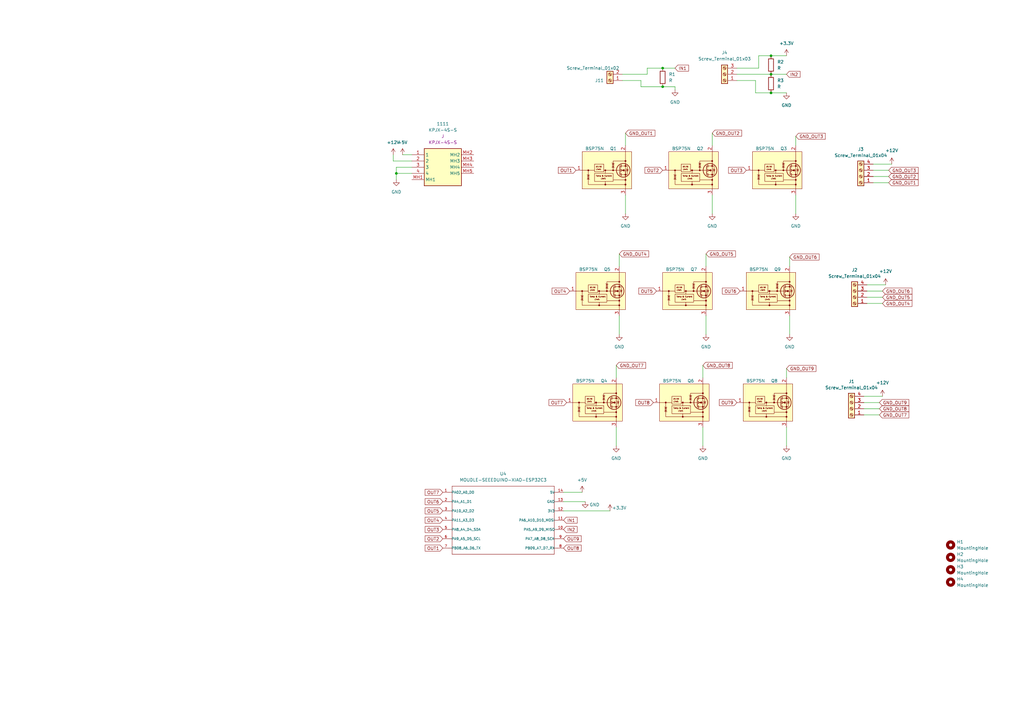
<source format=kicad_sch>
(kicad_sch (version 20211123) (generator eeschema)
  (paper "A3")
  (lib_symbols
    (symbol "5v{slash}12v powersupply connector:KPJX-4S-S"
      (property "Value" "KPJX-4S-S" (at 0 0 0))
      (property "Reference_1" "J" (at 21.59 7.62 0))
      (property "Value_1" "KPJX-4S-S" (at 21.59 5.08 0))
      (symbol "KPJX-4S-S_1_1"
        (rectangle (start 5.08 2.54) (end 20.32 -12.7) (stroke (width 0.254)) (fill (type background)))
        (pin passive line (at 0 0 0) (length 5.08) (name "1") (number "1"))
        (pin passive line (at 0 -2.54 0) (length 5.08) (name "2") (number "2"))
        (pin passive line (at 0 -5.08 0) (length 5.08) (name "3") (number "3"))
        (pin passive line (at 0 -7.62 0) (length 5.08) (name "4") (number "4"))
        (pin passive line (at 0 -10.16 0) (length 5.08) (name "MH1") (number "MH1"))
        (pin passive line (at 25.4 0 180) (length 5.08) (name "MH2") (number "MH2"))
        (pin passive line (at 25.4 -2.54 180) (length 5.08) (name "MH3") (number "MH3"))
        (pin passive line (at 25.4 -5.08 180) (length 5.08) (name "MH4") (number "MH4"))
        (pin passive line (at 25.4 -7.62 180) (length 5.08) (name "MH5") (number "MH5"))
      )
    )
    (symbol "Connector:Screw_Terminal_01x02" (pin_names (offset 1.016) hide)
      (property "Reference" "J" (at 0 2.54 0))
      (property "Value" "Screw_Terminal_01x02" (at 0 -5.08 0))
      (symbol "Screw_Terminal_01x02_1_1"
        (rectangle (start -1.27 1.27) (end 1.27 -3.81) (stroke (width 0.254)) (fill (type background)))
        (circle (center 0 -2.54) (radius 0.635) (stroke (width 0.1524)))
        (polyline (pts (xy -0.5334 -2.2098) (xy 0.3302 -3.048)) (stroke (width 0.1524)))
        (polyline (pts (xy -0.5334 0.3302) (xy 0.3302 -0.508)) (stroke (width 0.1524)))
        (polyline (pts (xy -0.3556 -2.032) (xy 0.508 -2.8702)) (stroke (width 0.1524)))
        (polyline (pts (xy -0.3556 0.508) (xy 0.508 -0.3302)) (stroke (width 0.1524)))
        (circle (center 0 0) (radius 0.635) (stroke (width 0.1524)))
        (pin passive line (at -5.08 0 0) (length 3.81) (name "Pin_1") (number "1"))
        (pin passive line (at -5.08 -2.54 0) (length 3.81) (name "Pin_2") (number "2"))
      )
    )
    (symbol "Connector:Screw_Terminal_01x03" (pin_names (offset 1.016) hide)
      (property "Reference" "J" (at 0 5.08 0))
      (property "Value" "Screw_Terminal_01x03" (at 0 -5.08 0))
      (symbol "Screw_Terminal_01x03_1_1"
        (rectangle (start -1.27 3.81) (end 1.27 -3.81) (stroke (width 0.254)) (fill (type background)))
        (circle (center 0 -2.54) (radius 0.635) (stroke (width 0.1524)))
        (polyline (pts (xy -0.5334 -2.2098) (xy 0.3302 -3.048)) (stroke (width 0.1524)))
        (polyline (pts (xy -0.5334 0.3302) (xy 0.3302 -0.508)) (stroke (width 0.1524)))
        (polyline (pts (xy -0.5334 2.8702) (xy 0.3302 2.032)) (stroke (width 0.1524)))
        (polyline (pts (xy -0.3556 -2.032) (xy 0.508 -2.8702)) (stroke (width 0.1524)))
        (polyline (pts (xy -0.3556 0.508) (xy 0.508 -0.3302)) (stroke (width 0.1524)))
        (polyline (pts (xy -0.3556 3.048) (xy 0.508 2.2098)) (stroke (width 0.1524)))
        (circle (center 0 0) (radius 0.635) (stroke (width 0.1524)))
        (circle (center 0 2.54) (radius 0.635) (stroke (width 0.1524)))
        (pin passive line (at -5.08 2.54 0) (length 3.81) (name "Pin_1") (number "1"))
        (pin passive line (at -5.08 0 0) (length 3.81) (name "Pin_2") (number "2"))
        (pin passive line (at -5.08 -2.54 0) (length 3.81) (name "Pin_3") (number "3"))
      )
    )
    (symbol "Connector:Screw_Terminal_01x04" (pin_names (offset 1.016) hide)
      (property "Reference" "J" (at 0 5.08 0))
      (property "Value" "Screw_Terminal_01x04" (at 0 -7.62 0))
      (symbol "Screw_Terminal_01x04_1_1"
        (rectangle (start -1.27 3.81) (end 1.27 -6.35) (stroke (width 0.254)) (fill (type background)))
        (circle (center 0 -5.08) (radius 0.635) (stroke (width 0.1524)))
        (circle (center 0 -2.54) (radius 0.635) (stroke (width 0.1524)))
        (polyline (pts (xy -0.5334 -4.7498) (xy 0.3302 -5.588)) (stroke (width 0.1524)))
        (polyline (pts (xy -0.5334 -2.2098) (xy 0.3302 -3.048)) (stroke (width 0.1524)))
        (polyline (pts (xy -0.5334 0.3302) (xy 0.3302 -0.508)) (stroke (width 0.1524)))
        (polyline (pts (xy -0.5334 2.8702) (xy 0.3302 2.032)) (stroke (width 0.1524)))
        (polyline (pts (xy -0.3556 -4.572) (xy 0.508 -5.4102)) (stroke (width 0.1524)))
        (polyline (pts (xy -0.3556 -2.032) (xy 0.508 -2.8702)) (stroke (width 0.1524)))
        (polyline (pts (xy -0.3556 0.508) (xy 0.508 -0.3302)) (stroke (width 0.1524)))
        (polyline (pts (xy -0.3556 3.048) (xy 0.508 2.2098)) (stroke (width 0.1524)))
        (circle (center 0 0) (radius 0.635) (stroke (width 0.1524)))
        (circle (center 0 2.54) (radius 0.635) (stroke (width 0.1524)))
        (pin passive line (at -5.08 2.54 0) (length 3.81) (name "Pin_1") (number "1"))
        (pin passive line (at -5.08 0 0) (length 3.81) (name "Pin_2") (number "2"))
        (pin passive line (at -5.08 -2.54 0) (length 3.81) (name "Pin_3") (number "3"))
        (pin passive line (at -5.08 -5.08 0) (length 3.81) (name "Pin_4") (number "4"))
      )
    )
    (symbol "Device:R" (pin_numbers hide) (pin_names (offset 0))
      (property "Reference" "R" (at 2.032 0 90))
      (property "Value" "R" (at 0 0 90))
      (symbol "R_0_1"
        (rectangle (start -1.016 -2.54) (end 1.016 2.54) (stroke (width 0.254)))
      )
      (symbol "R_1_1"
        (pin passive line (at 0 3.81 270) (length 1.27) (name "~") (number "1"))
        (pin passive line (at 0 -3.81 90) (length 1.27) (name "~") (number "2"))
      )
    )
    (symbol "Driver_FET:BSP75N" (pin_names (offset 0) hide)
      (property "Reference" "Q" (at 5.08 8.89 0))
      (property "Value" "BSP75N" (at -10.16 8.89 0))
      (symbol "BSP75N_0_0"
        (rectangle (start -10.16 7.62) (end 10.16 -7.62) (fill (type background)))
        (polyline (pts (xy 7.62 2.54) (xy 7.62 -7.62)))
        (polyline (pts (xy 7.62 2.54) (xy 7.62 7.62)))
        (polyline (pts (xy -0.635 -1.27) (xy -0.635 -0.635) (xy -0.635 0)))
        (polyline (pts (xy 2.54 0) (xy 2.54 3.81) (xy 7.62 3.81)))
        (polyline (pts (xy 7.62 -5.842) (xy -0.635 -5.842) (xy -0.635 -4.572)))
        (polyline (pts (xy -0.635 -5.842) (xy -7.62 -5.842) (xy -7.62 0) (xy -5.08 0)))
        (text "Limit" (at -1.524 -3.429 0) (effects (font (size 0.5334 0.5334))))
        (text "Temp & Current" (at -1.27 -2.286 0) (effects (font (size 0.5334 0.5334))))
      )
      (symbol "BSP75N_0_1"
        (rectangle (start -5.08 -1.27) (end 2.54 -4.572))
        (polyline (pts (xy -7.62 0) (xy -10.16 0)))
        (polyline (pts (xy 7.62 -3.937) (xy 2.667 -3.937)))
      )
      (symbol "BSP75N_1_1"
        (circle (center -7.62 0) (radius 0.2794) (fill (type outline)))
        (rectangle (start -5.08 2.54) (end -1.27 -0.635))
        (circle (center -0.635 -5.842) (radius 0.2794) (fill (type outline)))
        (circle (center -0.635 0) (radius 0.2794) (fill (type outline)))
        (polyline (pts (xy 2.54 0) (xy -1.27 0)))
        (polyline (pts (xy 2.54 0) (xy 5.334 0)))
        (polyline (pts (xy 5.842 -1.778) (xy 7.62 -1.778)))
        (polyline (pts (xy 5.842 -1.27) (xy 5.842 -2.286)) (stroke (width 0.254)))
        (polyline (pts (xy 5.842 0) (xy 7.62 0)))
        (polyline (pts (xy 5.842 0.508) (xy 5.842 -0.508)) (stroke (width 0.254)))
        (polyline (pts (xy 5.842 1.778) (xy 7.62 1.778)))
        (polyline (pts (xy 5.842 2.286) (xy 5.842 1.27)) (stroke (width 0.254)))
        (polyline (pts (xy 7.62 -1.778) (xy 7.62 -2.54)))
        (polyline (pts (xy 7.62 -1.778) (xy 7.62 0)))
        (polyline (pts (xy 7.62 2.54) (xy 7.62 1.778)))
        (polyline (pts (xy 5.334 1.905) (xy 5.334 -1.905) (xy 5.334 -1.905)) (stroke (width 0.254)))
        (polyline (pts (xy -8.128 -1.778) (xy -8.001 -1.905) (xy -7.239 -1.905) (xy -7.112 -2.032)))
        (polyline (pts (xy -7.62 -3.683) (xy -7.239 -3.048) (xy -8.001 -3.048) (xy -7.62 -3.683)))
        (polyline (pts (xy -7.62 -1.905) (xy -8.001 -2.54) (xy -7.239 -2.54) (xy -7.62 -1.905)))
        (polyline (pts (xy -7.112 -3.81) (xy -7.239 -3.683) (xy -8.001 -3.683) (xy -8.128 -3.556)))
        (polyline (pts (xy 2.032 3.048) (xy 2.159 2.921) (xy 2.921 2.921) (xy 3.048 2.794)))
        (polyline (pts (xy 2.54 1.143) (xy 2.921 1.778) (xy 2.159 1.778) (xy 2.54 1.143)))
        (polyline (pts (xy 2.54 2.921) (xy 2.159 2.286) (xy 2.921 2.286) (xy 2.54 2.921)))
        (polyline (pts (xy 3.048 1.016) (xy 2.921 1.143) (xy 2.159 1.143) (xy 2.032 1.27)))
        (polyline (pts (xy 6.096 0) (xy 7.112 0.381) (xy 7.112 -0.381) (xy 6.096 0)) (fill (type outline)))
        (polyline (pts (xy 7.62 -1.778) (xy 8.382 -1.778) (xy 8.382 1.778) (xy 7.62 1.778)))
        (polyline (pts (xy 7.874 0.508) (xy 8.001 0.381) (xy 8.763 0.381) (xy 8.89 0.254)))
        (polyline (pts (xy 8.382 0.381) (xy 8.001 -0.254) (xy 8.763 -0.254) (xy 8.382 0.381)))
        (circle (center 2.54 0) (radius 0.2794) (fill (type outline)))
        (circle (center 6.731 0) (radius 2.8194) (stroke (width 0.254)))
        (circle (center 7.62 -5.842) (radius 0.2794) (fill (type outline)))
        (circle (center 7.62 -3.937) (radius 0.2794) (fill (type outline)))
        (circle (center 7.62 -1.778) (radius 0.2794) (fill (type outline)))
        (circle (center 7.62 1.778) (radius 0.2794) (fill (type outline)))
        (circle (center 7.62 3.81) (radius 0.2794) (fill (type outline)))
        (text "dV/dt" (at -3.302 1.524 0) (effects (font (size 0.5334 0.5334))))
        (text "Limit" (at -3.429 0.381 0) (effects (font (size 0.5334 0.5334))))
        (pin input line (at -12.7 0 0) (length 2.54) (name "G") (number "1"))
        (pin passive line (at 7.62 10.16 270) (length 2.54) (name "D") (number "2"))
        (pin passive line (at 7.62 -10.16 90) (length 2.54) (name "S") (number "3"))
        (pin passive line (at 7.62 -10.16 90) (length 2.54) hide (name "S") (number "4"))
      )
    )
    (symbol "Mechanical:MountingHole" (pin_names (offset 1.016))
      (property "Reference" "H" (at 0 5.08 0))
      (property "Value" "MountingHole" (at 0 3.175 0))
      (symbol "MountingHole_0_1"
        (circle (center 0 0) (radius 1.27) (stroke (width 1.27)))
      )
    )
    (symbol "Project:MOUDLE-SEEEDUINO-XIAO-ESP32C3" (pin_names (offset 1.016))
      (property "Reference" "U" (at -21.59 15.24 0))
      (property "Value" "MOUDLE-SEEEDUINO-XIAO-ESP32C3" (at -21.59 13.97 0))
      (symbol "MOUDLE-SEEEDUINO-XIAO-ESP32C3_0_0"
        (polyline (pts (xy -21.59 -13.97) (xy -21.59 0)) (stroke (width 0.1524)))
        (polyline (pts (xy -21.59 -11.43) (xy -22.86 -11.43)) (stroke (width 0.1524)))
        (polyline (pts (xy -21.59 -7.62) (xy -22.86 -7.62)) (stroke (width 0.1524)))
        (polyline (pts (xy -21.59 -3.81) (xy -22.86 -3.81)) (stroke (width 0.1524)))
        (polyline (pts (xy -21.59 0) (xy -22.86 0)) (stroke (width 0.1524)))
        (polyline (pts (xy -21.59 0) (xy -21.59 3.81)) (stroke (width 0.1524)))
        (polyline (pts (xy -21.59 3.81) (xy -22.86 3.81)) (stroke (width 0.1524)))
        (polyline (pts (xy -21.59 3.81) (xy -21.59 7.62)) (stroke (width 0.1524)))
        (polyline (pts (xy -21.59 7.62) (xy -22.86 7.62)) (stroke (width 0.1524)))
        (polyline (pts (xy -21.59 7.62) (xy -21.59 11.43)) (stroke (width 0.1524)))
        (polyline (pts (xy -21.59 11.43) (xy -22.86 11.43)) (stroke (width 0.1524)))
        (polyline (pts (xy -21.59 11.43) (xy -21.59 13.97)) (stroke (width 0.1524)))
        (polyline (pts (xy -21.59 13.97) (xy 20.32 13.97)) (stroke (width 0.1524)))
        (polyline (pts (xy 20.32 -13.97) (xy -21.59 -13.97)) (stroke (width 0.1524)))
        (polyline (pts (xy 20.32 3.81) (xy 20.32 -13.97)) (stroke (width 0.1524)))
        (polyline (pts (xy 20.32 7.62) (xy 20.32 3.81)) (stroke (width 0.1524)))
        (polyline (pts (xy 20.32 11.43) (xy 20.32 7.62)) (stroke (width 0.1524)))
        (polyline (pts (xy 20.32 13.97) (xy 20.32 11.43)) (stroke (width 0.1524)))
        (polyline (pts (xy 21.59 -11.43) (xy 20.32 -11.43)) (stroke (width 0.1524)))
        (polyline (pts (xy 21.59 -7.62) (xy 20.32 -7.62)) (stroke (width 0.1524)))
        (polyline (pts (xy 21.59 -3.81) (xy 20.32 -3.81)) (stroke (width 0.1524)))
        (polyline (pts (xy 21.59 0) (xy 20.32 0)) (stroke (width 0.1524)))
        (polyline (pts (xy 21.59 3.81) (xy 20.32 3.81)) (stroke (width 0.1524)))
        (polyline (pts (xy 21.59 7.62) (xy 20.32 7.62)) (stroke (width 0.1524)))
        (polyline (pts (xy 21.59 11.43) (xy 20.32 11.43)) (stroke (width 0.1524)))
        (pin bidirectional line (at -25.4 11.43 0) (length 2.54) (name "PA02_A0_D0") (number "1"))
        (pin bidirectional line (at 24.13 -3.81 180) (length 2.54) (name "PA5_A9_D9_MISO") (number "10"))
        (pin bidirectional line (at 24.13 0 180) (length 2.54) (name "PA6_A10_D10_MOSI") (number "11"))
        (pin bidirectional line (at 24.13 3.81 180) (length 2.54) (name "3V3") (number "12"))
        (pin bidirectional line (at 24.13 7.62 180) (length 2.54) (name "GND") (number "13"))
        (pin bidirectional line (at 24.13 11.43 180) (length 2.54) (name "5V") (number "14"))
        (pin bidirectional line (at -25.4 7.62 0) (length 2.54) (name "PA4_A1_D1") (number "2"))
        (pin bidirectional line (at -25.4 3.81 0) (length 2.54) (name "PA10_A2_D2") (number "3"))
        (pin bidirectional line (at -25.4 0 0) (length 2.54) (name "PA11_A3_D3") (number "4"))
        (pin bidirectional line (at -25.4 -3.81 0) (length 2.54) (name "PA8_A4_D4_SDA") (number "5"))
        (pin bidirectional line (at -25.4 -7.62 0) (length 2.54) (name "PA9_A5_D5_SCL") (number "6"))
        (pin bidirectional line (at -25.4 -11.43 0) (length 2.54) (name "PB08_A6_D6_TX") (number "7"))
        (pin bidirectional line (at 24.13 -11.43 180) (length 2.54) (name "PB09_A7_D7_RX") (number "8"))
        (pin bidirectional line (at 24.13 -7.62 180) (length 2.54) (name "PA7_A8_D8_SCK") (number "9"))
      )
    )
    (symbol "power:+12V" (power) (pin_names (offset 0))
      (property "Value" "+12V" (at 0 3.556 0))
      (symbol "+12V_0_1"
        (polyline (pts (xy -0.762 1.27) (xy 0 2.54)))
        (polyline (pts (xy 0 0) (xy 0 2.54)))
        (polyline (pts (xy 0 2.54) (xy 0.762 1.27)))
      )
      (symbol "+12V_1_1"
        (pin power_in line (at 0 0 90) (length 0) hide (name "+12V") (number "1"))
      )
    )
    (symbol "power:+3.3V" (power) (pin_names (offset 0))
      (property "Value" "+3.3V" (at 0 3.556 0))
      (symbol "+3.3V_0_1"
        (polyline (pts (xy -0.762 1.27) (xy 0 2.54)))
        (polyline (pts (xy 0 0) (xy 0 2.54)))
        (polyline (pts (xy 0 2.54) (xy 0.762 1.27)))
      )
      (symbol "+3.3V_1_1"
        (pin power_in line (at 0 0 90) (length 0) hide (name "+3.3V") (number "1"))
      )
    )
    (symbol "power:+5V" (power) (pin_names (offset 0))
      (property "Value" "+5V" (at 0 3.556 0))
      (symbol "+5V_0_1"
        (polyline (pts (xy -0.762 1.27) (xy 0 2.54)))
        (polyline (pts (xy 0 0) (xy 0 2.54)))
        (polyline (pts (xy 0 2.54) (xy 0.762 1.27)))
      )
      (symbol "+5V_1_1"
        (pin power_in line (at 0 0 90) (length 0) hide (name "+5V") (number "1"))
      )
    )
    (symbol "power:GND" (power) (pin_names (offset 0))
      (property "Value" "GND" (at 0 -3.81 0))
      (symbol "GND_0_1"
        (polyline (pts (xy 0 0) (xy 0 -1.27) (xy 1.27 -1.27) (xy 0 -2.54) (xy -1.27 -1.27) (xy 0 -1.27)))
      )
      (symbol "GND_1_1"
        (pin power_in line (at 0 0 270) (length 0) hide (name "GND") (number "1"))
      )
    )
  )
  (junction (at 162.56 71.12))
  (junction (at 271.78 35.56))
  (junction (at 316.23 30.48))
  (junction (at 316.23 38.1))
  (junction (at 271.78 27.94))
  (junction (at 316.23 22.86))
  (wire (pts (xy 302.26 33.02) (xy 309.88 33.02)))
  (wire (pts (xy 168.91 68.58) (xy 162.56 68.58)))
  (wire (pts (xy 254 104.14) (xy 254 109.22)))
  (wire (pts (xy 161.29 66.04) (xy 168.91 66.04)))
  (wire (pts (xy 354.33 162.56) (xy 361.95 162.56)))
  (wire (pts (xy 302.26 30.48) (xy 316.23 30.48)))
  (wire (pts (xy 165.1 63.5) (xy 168.91 63.5)))
  (wire (pts (xy 358.14 69.85) (xy 364.49 69.85)))
  (wire (pts (xy 231.14 209.55) (xy 250.19 209.55)))
  (wire (pts (xy 323.85 129.54) (xy 323.85 137.16)))
  (wire (pts (xy 316.23 22.86) (xy 322.58 22.86)))
  (wire (pts (xy 252.73 175.26) (xy 252.73 182.88)))
  (wire (pts (xy 355.6 116.84) (xy 363.22 116.84)))
  (wire (pts (xy 288.29 175.26) (xy 288.29 182.88)))
  (wire (pts (xy 161.29 63.5) (xy 161.29 66.04)))
  (wire (pts (xy 354.33 167.64) (xy 360.68 167.64)))
  (wire (pts (xy 355.6 124.46) (xy 361.95 124.46)))
  (wire (pts (xy 265.43 30.48) (xy 265.43 27.94)))
  (wire (pts (xy 262.89 33.02) (xy 262.89 35.56)))
  (wire (pts (xy 354.33 170.18) (xy 360.68 170.18)))
  (wire (pts (xy 326.39 55.88) (xy 326.39 59.69)))
  (wire (pts (xy 354.33 165.1) (xy 360.68 165.1)))
  (wire (pts (xy 252.73 149.86) (xy 252.73 154.94)))
  (wire (pts (xy 316.23 38.1) (xy 322.58 38.1)))
  (wire (pts (xy 255.27 33.02) (xy 262.89 33.02)))
  (wire (pts (xy 309.88 33.02) (xy 309.88 38.1)))
  (wire (pts (xy 355.6 119.38) (xy 361.95 119.38)))
  (wire (pts (xy 289.56 104.14) (xy 289.56 109.22)))
  (wire (pts (xy 358.14 67.31) (xy 365.76 67.31)))
  (wire (pts (xy 302.26 27.94) (xy 311.15 27.94)))
  (wire (pts (xy 311.15 22.86) (xy 316.23 22.86)))
  (wire (pts (xy 322.58 151.13) (xy 322.58 154.94)))
  (wire (pts (xy 256.54 80.01) (xy 256.54 87.63)))
  (wire (pts (xy 231.14 201.93) (xy 238.76 201.93)))
  (wire (pts (xy 292.1 54.61) (xy 292.1 59.69)))
  (wire (pts (xy 162.56 73.66) (xy 162.56 71.12)))
  (wire (pts (xy 326.39 80.01) (xy 326.39 87.63)))
  (wire (pts (xy 231.14 205.74) (xy 240.03 205.74)))
  (wire (pts (xy 288.29 149.86) (xy 288.29 154.94)))
  (wire (pts (xy 311.15 27.94) (xy 311.15 22.86)))
  (wire (pts (xy 292.1 80.01) (xy 292.1 87.63)))
  (wire (pts (xy 355.6 121.92) (xy 361.95 121.92)))
  (wire (pts (xy 254 129.54) (xy 254 137.16)))
  (wire (pts (xy 255.27 30.48) (xy 265.43 30.48)))
  (wire (pts (xy 256.54 54.61) (xy 256.54 59.69)))
  (wire (pts (xy 276.86 35.56) (xy 276.86 36.83)))
  (wire (pts (xy 316.23 30.48) (xy 322.58 30.48)))
  (wire (pts (xy 262.89 35.56) (xy 271.78 35.56)))
  (wire (pts (xy 323.85 105.41) (xy 323.85 109.22)))
  (wire (pts (xy 271.78 35.56) (xy 276.86 35.56)))
  (wire (pts (xy 289.56 129.54) (xy 289.56 137.16)))
  (wire (pts (xy 265.43 27.94) (xy 271.78 27.94)))
  (wire (pts (xy 162.56 71.12) (xy 168.91 71.12)))
  (wire (pts (xy 162.56 68.58) (xy 162.56 71.12)))
  (wire (pts (xy 309.88 38.1) (xy 316.23 38.1)))
  (wire (pts (xy 322.58 175.26) (xy 322.58 182.88)))
  (wire (pts (xy 358.14 72.39) (xy 364.49 72.39)))
  (wire (pts (xy 271.78 27.94) (xy 276.86 27.94)))
  (wire (pts (xy 358.14 74.93) (xy 364.49 74.93)))
  (global_label "OUT8" (shape input) (at 231.14 224.79 0) (property "Intersheet References" "${INTERSHEET_REFS}" (effects hide)))
  (global_label "OUT5" (shape input) (at 181.61 209.55 180) (property "Intersheet References" "${INTERSHEET_REFS}" (effects hide)))
  (global_label "OUT4" (shape input) (at 233.68 119.38 180) (property "Intersheet References" "${INTERSHEET_REFS}" (effects hide)))
  (global_label "GND_OUT2" (shape input) (at 364.49 72.39 0) (property "Intersheet References" "${INTERSHEET_REFS}" (effects hide)))
  (global_label "OUT2" (shape input) (at 271.78 69.85 180) (property "Intersheet References" "${INTERSHEET_REFS}" (effects hide)))
  (global_label "OUT3" (shape input) (at 181.61 217.17 180) (property "Intersheet References" "${INTERSHEET_REFS}" (effects hide)))
  (global_label "OUT7" (shape input) (at 181.61 201.93 180) (property "Intersheet References" "${INTERSHEET_REFS}" (effects hide)))
  (global_label "OUT6" (shape input) (at 181.61 205.74 180) (property "Intersheet References" "${INTERSHEET_REFS}" (effects hide)))
  (global_label "OUT2" (shape input) (at 181.61 220.98 180) (property "Intersheet References" "${INTERSHEET_REFS}" (effects hide)))
  (global_label "OUT1" (shape input) (at 181.61 224.79 180) (property "Intersheet References" "${INTERSHEET_REFS}" (effects hide)))
  (global_label "GND_OUT2" (shape input) (at 292.1 54.61 0) (property "Intersheet References" "${INTERSHEET_REFS}" (effects hide)))
  (global_label "GND_OUT8" (shape input) (at 288.29 149.86 0) (property "Intersheet References" "${INTERSHEET_REFS}" (effects hide)))
  (global_label "GND_OUT3" (shape input) (at 364.49 69.85 0) (property "Intersheet References" "${INTERSHEET_REFS}" (effects hide)))
  (global_label "GND_OUT1" (shape input) (at 256.54 54.61 0) (property "Intersheet References" "${INTERSHEET_REFS}" (effects hide)))
  (global_label "GND_OUT5" (shape input) (at 289.56 104.14 0) (property "Intersheet References" "${INTERSHEET_REFS}" (effects hide)))
  (global_label "OUT1" (shape input) (at 236.22 69.85 180) (property "Intersheet References" "${INTERSHEET_REFS}" (effects hide)))
  (global_label "GND_OUT7" (shape input) (at 252.73 149.86 0) (property "Intersheet References" "${INTERSHEET_REFS}" (effects hide)))
  (global_label "GND_OUT9" (shape input) (at 322.58 151.13 0) (property "Intersheet References" "${INTERSHEET_REFS}" (effects hide)))
  (global_label "OUT8" (shape input) (at 267.97 165.1 180) (property "Intersheet References" "${INTERSHEET_REFS}" (effects hide)))
  (global_label "OUT7" (shape input) (at 232.41 165.1 180) (property "Intersheet References" "${INTERSHEET_REFS}" (effects hide)))
  (global_label "OUT3" (shape input) (at 306.07 69.85 180) (property "Intersheet References" "${INTERSHEET_REFS}" (effects hide)))
  (global_label "OUT5" (shape input) (at 269.24 119.38 180) (property "Intersheet References" "${INTERSHEET_REFS}" (effects hide)))
  (global_label "IN1" (shape input) (at 231.14 213.36 0) (property "Intersheet References" "${INTERSHEET_REFS}" (effects hide)))
  (global_label "GND_OUT3" (shape input) (at 326.39 55.88 0) (property "Intersheet References" "${INTERSHEET_REFS}" (effects hide)))
  (global_label "GND_OUT1" (shape input) (at 364.49 74.93 0) (property "Intersheet References" "${INTERSHEET_REFS}" (effects hide)))
  (global_label "OUT9" (shape input) (at 302.26 165.1 180) (property "Intersheet References" "${INTERSHEET_REFS}" (effects hide)))
  (global_label "IN1" (shape input) (at 276.86 27.94 0) (property "Intersheet References" "${INTERSHEET_REFS}" (effects hide)))
  (global_label "GND_OUT5" (shape input) (at 361.95 121.92 0) (property "Intersheet References" "${INTERSHEET_REFS}" (effects hide)))
  (global_label "IN2" (shape input) (at 322.58 30.48 0) (property "Intersheet References" "${INTERSHEET_REFS}" (effects hide)))
  (global_label "GND_OUT7" (shape input) (at 360.68 170.18 0) (property "Intersheet References" "${INTERSHEET_REFS}" (effects hide)))
  (global_label "GND_OUT6" (shape input) (at 361.95 119.38 0) (property "Intersheet References" "${INTERSHEET_REFS}" (effects hide)))
  (global_label "GND_OUT8" (shape input) (at 360.68 167.64 0) (property "Intersheet References" "${INTERSHEET_REFS}" (effects hide)))
  (global_label "OUT9" (shape input) (at 231.14 220.98 0) (property "Intersheet References" "${INTERSHEET_REFS}" (effects hide)))
  (global_label "OUT6" (shape input) (at 303.53 119.38 180) (property "Intersheet References" "${INTERSHEET_REFS}" (effects hide)))
  (global_label "IN2" (shape input) (at 231.14 217.17 0) (property "Intersheet References" "${INTERSHEET_REFS}" (effects hide)))
  (global_label "GND_OUT6" (shape input) (at 323.85 105.41 0) (property "Intersheet References" "${INTERSHEET_REFS}" (effects hide)))
  (global_label "GND_OUT4" (shape input) (at 361.95 124.46 0) (property "Intersheet References" "${INTERSHEET_REFS}" (effects hide)))
  (global_label "OUT4" (shape input) (at 181.61 213.36 180) (property "Intersheet References" "${INTERSHEET_REFS}" (effects hide)))
  (global_label "GND_OUT9" (shape input) (at 360.68 165.1 0) (property "Intersheet References" "${INTERSHEET_REFS}" (effects hide)))
  (global_label "GND_OUT4" (shape input) (at 254 104.14 0) (property "Intersheet References" "${INTERSHEET_REFS}" (effects hide)))
  (symbol (lib_id "power:+12V") (at 363.22 116.84 0) (unit 1)
    (property "Reference" "#PWR0103" (effects hide))
    (property "Value" "+12V" (at 363.22 111.252 0))
  )
  (symbol (lib_id "power:+5V") (at 165.1 63.5 0) (unit 1)
    (property "Reference" "#PWR0118" (effects hide))
    (property "Value" "+5V" (at 165.1 58.42 0))
  )
  (symbol (lib_id "Driver_FET:BSP75N") (at 246.38 119.38 0) (unit 1)
    (property "Reference" "Q5" (at 247.65 110.49 0) (effects (justify left)))
    (property "Value" "BSP75N" (at 237.49 110.49 0) (effects (justify left)))
    (property "Footprint" "Package_TO_SOT_SMD:SOT-223" (effects hide))
    (property "Datasheet" "https://www.infineon.com/dgdl/Infineon-BSP75N-DS-v01_04-en.pdf?fileId=db3a30431ed1d7b2011f471f5a0256d1" (effects hide))
  )
  (symbol (lib_id "power:+12V") (at 161.29 63.5 0) (unit 1)
    (property "Reference" "#PWR0122" (effects hide))
    (property "Value" "+12V" (at 161.29 58.42 0))
  )
  (symbol (lib_id "Project:MOUDLE-SEEEDUINO-XIAO-ESP32C3") (at 207.01 213.36 0) (unit 1)
    (property "Reference" "U4" (at 206.375 194.31 0))
    (property "Value" "MOUDLE-SEEEDUINO-XIAO-ESP32C3" (at 206.375 196.85 0))
    (property "Footprint" "Project_custom:MOUDLE14P-SMD-2.54-21X17.8MM" (effects hide))
  )
  (symbol (lib_id "Driver_FET:BSP75N") (at 281.94 119.38 0) (unit 1)
    (property "Reference" "Q7" (at 283.21 110.49 0) (effects (justify left)))
    (property "Value" "BSP75N" (at 273.05 110.49 0) (effects (justify left)))
    (property "Footprint" "Package_TO_SOT_SMD:SOT-223" (effects hide))
    (property "Datasheet" "https://www.infineon.com/dgdl/Infineon-BSP75N-DS-v01_04-en.pdf?fileId=db3a30431ed1d7b2011f471f5a0256d1" (effects hide))
  )
  (symbol (lib_id "power:+5V") (at 238.76 201.93 0) (unit 1)
    (property "Reference" "#PWR0111" (effects hide))
    (property "Value" "+5V" (at 238.76 196.85 0))
  )
  (symbol (lib_id "Mechanical:MountingHole") (at 389.89 223.52 0) (unit 1)
    (property "Reference" "H1" (at 392.43 222.2499 0) (effects (justify left)))
    (property "Value" "MountingHole" (at 392.43 224.7899 0) (effects (justify left)))
    (property "Footprint" "MountingHole:MountingHole_3.2mm_M3_ISO7380" (effects hide))
  )
  (symbol (lib_id "power:+12V") (at 361.95 162.56 0) (unit 1)
    (property "Reference" "#PWR0107" (effects hide))
    (property "Value" "+12V" (at 361.95 156.972 0))
  )
  (symbol (lib_id "power:+12V") (at 365.76 67.31 0) (unit 1)
    (property "Reference" "#PWR0113" (effects hide))
    (property "Value" "+12V" (at 365.76 61.722 0))
  )
  (symbol (lib_id "power:GND") (at 326.39 87.63 0) (unit 1)
    (property "Reference" "#PWR0121" (effects hide))
    (property "Value" "GND" (at 326.39 92.71 0))
  )
  (symbol (lib_id "Driver_FET:BSP75N") (at 318.77 69.85 0) (unit 1)
    (property "Reference" "Q3" (at 320.04 60.96 0) (effects (justify left)))
    (property "Value" "BSP75N" (at 309.88 60.96 0) (effects (justify left)))
    (property "Footprint" "Package_TO_SOT_SMD:SOT-223" (effects hide))
    (property "Datasheet" "https://www.infineon.com/dgdl/Infineon-BSP75N-DS-v01_04-en.pdf?fileId=db3a30431ed1d7b2011f471f5a0256d1" (effects hide))
  )
  (symbol (lib_id "Mechanical:MountingHole") (at 389.89 228.6 0) (unit 1)
    (property "Reference" "H2" (at 392.43 227.3299 0) (effects (justify left)))
    (property "Value" "MountingHole" (at 392.43 229.8699 0) (effects (justify left)))
    (property "Footprint" "MountingHole:MountingHole_3.2mm_M3_ISO7380" (effects hide))
  )
  (symbol (lib_id "Device:R") (at 316.23 26.67 0) (unit 1)
    (property "Reference" "R2" (at 318.77 25.3999 0) (effects (justify left)))
    (property "Value" "R" (at 318.77 27.9399 0) (effects (justify left)))
    (property "Footprint" "Resistor_SMD:R_1206_3216Metric_Pad1.30x1.75mm_HandSolder" (effects hide))
  )
  (symbol (lib_id "Driver_FET:BSP75N") (at 284.48 69.85 0) (unit 1)
    (property "Reference" "Q2" (at 285.75 60.96 0) (effects (justify left)))
    (property "Value" "BSP75N" (at 275.59 60.96 0) (effects (justify left)))
    (property "Footprint" "Package_TO_SOT_SMD:SOT-223" (effects hide))
    (property "Datasheet" "https://www.infineon.com/dgdl/Infineon-BSP75N-DS-v01_04-en.pdf?fileId=db3a30431ed1d7b2011f471f5a0256d1" (effects hide))
  )
  (symbol (lib_id "Driver_FET:BSP75N") (at 314.96 165.1 0) (unit 1)
    (property "Reference" "Q8" (at 316.23 156.21 0) (effects (justify left)))
    (property "Value" "BSP75N" (at 306.07 156.21 0) (effects (justify left)))
    (property "Footprint" "Package_TO_SOT_SMD:SOT-223" (effects hide))
    (property "Datasheet" "https://www.infineon.com/dgdl/Infineon-BSP75N-DS-v01_04-en.pdf?fileId=db3a30431ed1d7b2011f471f5a0256d1" (effects hide))
  )
  (symbol (lib_id "power:+3.3V") (at 250.19 209.55 0) (unit 1)
    (property "Reference" "#PWR0115" (effects hide))
    (property "Value" "+3.3V" (at 254 208.28 0))
  )
  (symbol (lib_id "5v{slash}12v powersupply connector:KPJX-4S-S") (at 168.91 63.5 0) (unit 1)
    (property "Reference" "1111" (at 181.61 50.8 0))
    (property "Value" "KPJX-4S-S" (at 181.61 53.34 0))
    (property "Footprint" "custom2:KPJX4SS" (effects hide))
    (property "Reference_1" "J" (at 181.61 55.88 0))
    (property "Value_1" "KPJX-4S-S" (at 181.61 58.42 0))
    (property "Footprint_1" "KPJX4SS" (effects hide))
    (property "Datasheet_1" "https://www.kycon.com/Pub_Eng_Draw/KPJX-4S-S.pdf" (effects hide))
    (property "Height" "15.35" (effects hide))
    (property "Mouser Part Number" "806-KPJX-4S-S" (effects hide))
    (property "Mouser Price/Stock" "https://www.mouser.co.uk/ProductDetail/Kycon/KPJX-4S-S?qs=0QDpPFt3C4bj8uE5yBzCJQ%3D%3D" (effects hide))
    (property "Manufacturer_Name" "Kycon" (effects hide))
    (property "Manufacturer_Part_Number" "KPJX-4S-S" (effects hide))
  )
  (symbol (lib_id "power:GND") (at 240.03 205.74 0) (unit 1)
    (property "Reference" "#PWR0116" (effects hide))
    (property "Value" "GND" (at 243.84 207.01 0))
  )
  (symbol (lib_id "power:GND") (at 323.85 137.16 0) (unit 1)
    (property "Reference" "#PWR0105" (effects hide))
    (property "Value" "GND" (at 323.85 142.24 0))
  )
  (symbol (lib_id "Driver_FET:BSP75N") (at 316.23 119.38 0) (unit 1)
    (property "Reference" "Q9" (at 317.5 110.49 0) (effects (justify left)))
    (property "Value" "BSP75N" (at 307.34 110.49 0) (effects (justify left)))
    (property "Footprint" "Package_TO_SOT_SMD:SOT-223" (effects hide))
    (property "Datasheet" "https://www.infineon.com/dgdl/Infineon-BSP75N-DS-v01_04-en.pdf?fileId=db3a30431ed1d7b2011f471f5a0256d1" (effects hide))
  )
  (symbol (lib_id "power:GND") (at 288.29 182.88 0) (unit 1)
    (property "Reference" "#PWR0101" (effects hide))
    (property "Value" "GND" (at 288.29 187.96 0))
  )
  (symbol (lib_id "Connector:Screw_Terminal_01x02") (at 250.19 33.02 180) (unit 1)
    (property "Reference" "J11" (at 247.65 33.0201 0) (effects (justify left)))
    (property "Value" "Screw_Terminal_01x02" (at 254 27.94 0) (effects (justify left)))
    (property "Footprint" "TerminalBlock_MetzConnect:TerminalBlock_MetzConnect_Type094_RT03502HBLU_1x02_P5.00mm_Horizontal" (effects hide))
  )
  (symbol (lib_id "power:GND") (at 254 137.16 0) (unit 1)
    (property "Reference" "#PWR0112" (effects hide))
    (property "Value" "GND" (at 254 142.24 0))
  )
  (symbol (lib_id "power:GND") (at 289.56 137.16 0) (unit 1)
    (property "Reference" "#PWR0104" (effects hide))
    (property "Value" "GND" (at 289.56 142.24 0))
  )
  (symbol (lib_id "power:GND") (at 292.1 87.63 0) (unit 1)
    (property "Reference" "#PWR0120" (effects hide))
    (property "Value" "GND" (at 292.1 92.71 0))
  )
  (symbol (lib_id "Driver_FET:BSP75N") (at 245.11 165.1 0) (unit 1)
    (property "Reference" "Q4" (at 246.38 156.21 0) (effects (justify left)))
    (property "Value" "BSP75N" (at 236.22 156.21 0) (effects (justify left)))
    (property "Footprint" "Package_TO_SOT_SMD:SOT-223" (effects hide))
    (property "Datasheet" "https://www.infineon.com/dgdl/Infineon-BSP75N-DS-v01_04-en.pdf?fileId=db3a30431ed1d7b2011f471f5a0256d1" (effects hide))
  )
  (symbol (lib_id "power:GND") (at 162.56 73.66 0) (unit 1)
    (property "Reference" "#PWR0123" (effects hide))
    (property "Value" "GND" (at 162.56 78.74 0))
  )
  (symbol (lib_id "Device:R") (at 271.78 31.75 0) (unit 1)
    (property "Reference" "R1" (at 274.32 30.4799 0) (effects (justify left)))
    (property "Value" "R" (at 274.32 33.0199 0) (effects (justify left)))
    (property "Footprint" "Resistor_SMD:R_1206_3216Metric_Pad1.30x1.75mm_HandSolder" (effects hide))
  )
  (symbol (lib_id "power:+3.3V") (at 322.58 22.86 0) (unit 1)
    (property "Reference" "#PWR0124" (effects hide))
    (property "Value" "+3.3V" (at 322.58 17.78 0))
  )
  (symbol (lib_id "Mechanical:MountingHole") (at 389.89 233.68 0) (unit 1)
    (property "Reference" "H3" (at 392.43 232.4099 0) (effects (justify left)))
    (property "Value" "MountingHole" (at 392.43 234.9499 0) (effects (justify left)))
    (property "Footprint" "MountingHole:MountingHole_3.2mm_M3_ISO7380" (effects hide))
  )
  (symbol (lib_id "power:GND") (at 256.54 87.63 0) (unit 1)
    (property "Reference" "#PWR0119" (effects hide))
    (property "Value" "GND" (at 256.54 92.71 0))
  )
  (symbol (lib_id "Mechanical:MountingHole") (at 389.89 238.76 0) (unit 1)
    (property "Reference" "H4" (at 392.43 237.4899 0) (effects (justify left)))
    (property "Value" "MountingHole" (at 392.43 240.0299 0) (effects (justify left)))
    (property "Footprint" "MountingHole:MountingHole_3.2mm_M3_ISO7380" (effects hide))
  )
  (symbol (lib_id "power:GND") (at 322.58 38.1 0) (unit 1)
    (property "Reference" "#PWR0117" (effects hide))
    (property "Value" "GND" (at 322.58 43.18 0))
  )
  (symbol (lib_id "Driver_FET:BSP75N") (at 280.67 165.1 0) (unit 1)
    (property "Reference" "Q6" (at 281.94 156.21 0) (effects (justify left)))
    (property "Value" "BSP75N" (at 271.78 156.21 0) (effects (justify left)))
    (property "Footprint" "Package_TO_SOT_SMD:SOT-223" (effects hide))
    (property "Datasheet" "https://www.infineon.com/dgdl/Infineon-BSP75N-DS-v01_04-en.pdf?fileId=db3a30431ed1d7b2011f471f5a0256d1" (effects hide))
  )
  (symbol (lib_id "power:GND") (at 252.73 182.88 0) (unit 1)
    (property "Reference" "#PWR0102" (effects hide))
    (property "Value" "GND" (at 252.73 187.96 0))
  )
  (symbol (lib_id "Driver_FET:BSP75N") (at 248.92 69.85 0) (unit 1)
    (property "Reference" "Q1" (at 250.19 60.96 0) (effects (justify left)))
    (property "Value" "BSP75N" (at 240.03 60.96 0) (effects (justify left)))
    (property "Footprint" "Package_TO_SOT_SMD:SOT-223" (effects hide))
    (property "Datasheet" "https://www.infineon.com/dgdl/Infineon-BSP75N-DS-v01_04-en.pdf?fileId=db3a30431ed1d7b2011f471f5a0256d1" (effects hide))
  )
  (symbol (lib_id "Device:R") (at 316.23 34.29 0) (unit 1)
    (property "Reference" "R3" (at 318.77 33.0199 0) (effects (justify left)))
    (property "Value" "R" (at 318.77 35.5599 0) (effects (justify left)))
    (property "Footprint" "Resistor_SMD:R_1206_3216Metric_Pad1.30x1.75mm_HandSolder" (effects hide))
  )
  (symbol (lib_id "Connector:Screw_Terminal_01x04") (at 353.06 72.39 180) (unit 1)
    (property "Reference" "J3" (at 353.06 61.214 0))
    (property "Value" "Screw_Terminal_01x04" (at 353.06 63.754 0))
    (property "Footprint" "TerminalBlock_MetzConnect:TerminalBlock_MetzConnect_Type094_RT03504HBLU_1x04_P5.00mm_Horizontal" (effects hide))
  )
  (symbol (lib_id "power:GND") (at 322.58 182.88 0) (unit 1)
    (property "Reference" "#PWR0106" (effects hide))
    (property "Value" "GND" (at 322.58 187.96 0))
  )
  (symbol (lib_id "Connector:Screw_Terminal_01x03") (at 297.18 30.48 180) (unit 1)
    (property "Reference" "J4" (at 297.18 21.59 0))
    (property "Value" "Screw_Terminal_01x03" (at 297.18 24.13 0))
    (property "Footprint" "TerminalBlock_MetzConnect:TerminalBlock_MetzConnect_Type094_RT03503HBLU_1x03_P5.00mm_Horizontal" (effects hide))
  )
  (symbol (lib_id "Connector:Screw_Terminal_01x04") (at 349.25 167.64 180) (unit 1)
    (property "Reference" "J1" (at 349.25 156.464 0))
    (property "Value" "Screw_Terminal_01x04" (at 349.25 159.004 0))
    (property "Footprint" "TerminalBlock_MetzConnect:TerminalBlock_MetzConnect_Type094_RT03504HBLU_1x04_P5.00mm_Horizontal" (effects hide))
  )
  (symbol (lib_id "power:GND") (at 276.86 36.83 0) (unit 1)
    (property "Reference" "#PWR0114" (effects hide))
    (property "Value" "GND" (at 276.86 41.91 0))
  )
  (symbol (lib_id "Connector:Screw_Terminal_01x04") (at 350.52 121.92 180) (unit 1)
    (property "Reference" "J2" (at 350.52 110.744 0))
    (property "Value" "Screw_Terminal_01x04" (at 350.52 113.284 0))
    (property "Footprint" "TerminalBlock_MetzConnect:TerminalBlock_MetzConnect_Type094_RT03504HBLU_1x04_P5.00mm_Horizontal" (effects hide))
  )
)
</source>
